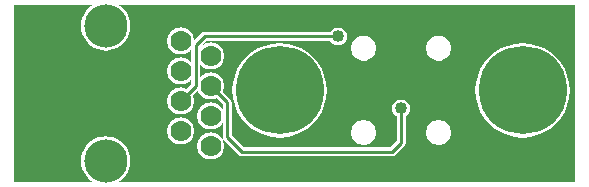
<source format=gbr>
G04 start of page 3 for group 1 idx 1 *
G04 Title: (unknown), solder *
G04 Creator: pcb 20140316 *
G04 CreationDate: Fri 27 Feb 2015 09:32:21 PM GMT UTC *
G04 For: ndholmes *
G04 Format: Gerber/RS-274X *
G04 PCB-Dimensions (mil): 1900.00 620.00 *
G04 PCB-Coordinate-Origin: lower left *
%MOIN*%
%FSLAX25Y25*%
%LNBOTTOM*%
%ADD34C,0.0630*%
%ADD33C,0.1280*%
%ADD32C,0.0300*%
%ADD31C,0.1285*%
%ADD30C,0.0200*%
%ADD29C,0.0400*%
%ADD28C,0.1440*%
%ADD27C,0.0700*%
%ADD26C,0.2937*%
%ADD25C,0.0100*%
%ADD24C,0.0001*%
G54D24*G36*
X188500Y1500D02*X170976D01*
Y16270D01*
X171000Y16268D01*
X173461Y16461D01*
X175862Y17038D01*
X178142Y17982D01*
X180247Y19272D01*
X182124Y20876D01*
X183728Y22753D01*
X185018Y24858D01*
X185962Y27138D01*
X186539Y29539D01*
X186684Y32000D01*
X186539Y34461D01*
X185962Y36862D01*
X185018Y39142D01*
X183728Y41247D01*
X182124Y43124D01*
X180247Y44728D01*
X178142Y46018D01*
X175862Y46962D01*
X173461Y47539D01*
X171000Y47732D01*
X170976Y47730D01*
Y60500D01*
X188500D01*
Y1500D01*
G37*
G36*
X170976D02*X142994D01*
Y13788D01*
X143000Y13787D01*
X143651Y13838D01*
X144286Y13991D01*
X144890Y14241D01*
X145447Y14582D01*
X145944Y15006D01*
X146368Y15503D01*
X146709Y16060D01*
X146959Y16664D01*
X147112Y17299D01*
X147150Y17950D01*
X147112Y18601D01*
X146959Y19236D01*
X146709Y19840D01*
X146368Y20397D01*
X145944Y20894D01*
X145447Y21318D01*
X144890Y21659D01*
X144286Y21909D01*
X143651Y22062D01*
X143000Y22113D01*
X142994Y22112D01*
Y41888D01*
X143000Y41887D01*
X143651Y41938D01*
X144286Y42091D01*
X144890Y42341D01*
X145447Y42682D01*
X145944Y43106D01*
X146368Y43603D01*
X146709Y44160D01*
X146959Y44764D01*
X147112Y45399D01*
X147150Y46050D01*
X147112Y46701D01*
X146959Y47336D01*
X146709Y47940D01*
X146368Y48497D01*
X145944Y48994D01*
X145447Y49418D01*
X144890Y49759D01*
X144286Y50009D01*
X143651Y50162D01*
X143000Y50213D01*
X142994Y50212D01*
Y60500D01*
X170976D01*
Y47730D01*
X168539Y47539D01*
X166138Y46962D01*
X163858Y46018D01*
X161753Y44728D01*
X159876Y43124D01*
X158272Y41247D01*
X156982Y39142D01*
X156038Y36862D01*
X155461Y34461D01*
X155268Y32000D01*
X155461Y29539D01*
X156038Y27138D01*
X156982Y24858D01*
X158272Y22753D01*
X159876Y20876D01*
X161753Y19272D01*
X163858Y17982D01*
X166138Y17038D01*
X168539Y16461D01*
X170976Y16270D01*
Y1500D01*
G37*
G36*
X142994D02*X117994D01*
Y10000D01*
X127441D01*
X127500Y9995D01*
X127735Y10014D01*
X127735Y10014D01*
X127965Y10069D01*
X128183Y10159D01*
X128384Y10283D01*
X128564Y10436D01*
X128602Y10481D01*
X131519Y13398D01*
X131564Y13436D01*
X131717Y13615D01*
X131717Y13616D01*
X131841Y13817D01*
X131931Y14035D01*
X131986Y14265D01*
X132005Y14500D01*
X132000Y14559D01*
Y23401D01*
X132269Y23565D01*
X132628Y23872D01*
X132935Y24231D01*
X133181Y24634D01*
X133362Y25070D01*
X133472Y25529D01*
X133500Y26000D01*
X133472Y26471D01*
X133362Y26930D01*
X133181Y27366D01*
X132935Y27769D01*
X132628Y28128D01*
X132269Y28435D01*
X131866Y28681D01*
X131430Y28862D01*
X130971Y28972D01*
X130500Y29009D01*
X130029Y28972D01*
X129570Y28862D01*
X129134Y28681D01*
X128731Y28435D01*
X128372Y28128D01*
X128065Y27769D01*
X127819Y27366D01*
X127638Y26930D01*
X127528Y26471D01*
X127491Y26000D01*
X127528Y25529D01*
X127638Y25070D01*
X127819Y24634D01*
X128065Y24231D01*
X128372Y23872D01*
X128731Y23565D01*
X129000Y23401D01*
Y15121D01*
X126879Y13000D01*
X117994D01*
Y13788D01*
X118000Y13787D01*
X118651Y13838D01*
X119286Y13991D01*
X119890Y14241D01*
X120447Y14582D01*
X120944Y15006D01*
X121368Y15503D01*
X121709Y16060D01*
X121959Y16664D01*
X122112Y17299D01*
X122150Y17950D01*
X122112Y18601D01*
X121959Y19236D01*
X121709Y19840D01*
X121368Y20397D01*
X120944Y20894D01*
X120447Y21318D01*
X119890Y21659D01*
X119286Y21909D01*
X118651Y22062D01*
X118000Y22113D01*
X117994Y22112D01*
Y41888D01*
X118000Y41887D01*
X118651Y41938D01*
X119286Y42091D01*
X119890Y42341D01*
X120447Y42682D01*
X120944Y43106D01*
X121368Y43603D01*
X121709Y44160D01*
X121959Y44764D01*
X122112Y45399D01*
X122150Y46050D01*
X122112Y46701D01*
X121959Y47336D01*
X121709Y47940D01*
X121368Y48497D01*
X120944Y48994D01*
X120447Y49418D01*
X119890Y49759D01*
X119286Y50009D01*
X118651Y50162D01*
X118000Y50213D01*
X117994Y50212D01*
Y60500D01*
X142994D01*
Y50212D01*
X142349Y50162D01*
X141714Y50009D01*
X141110Y49759D01*
X140553Y49418D01*
X140056Y48994D01*
X139632Y48497D01*
X139291Y47940D01*
X139041Y47336D01*
X138888Y46701D01*
X138837Y46050D01*
X138888Y45399D01*
X139041Y44764D01*
X139291Y44160D01*
X139632Y43603D01*
X140056Y43106D01*
X140553Y42682D01*
X141110Y42341D01*
X141714Y42091D01*
X142349Y41938D01*
X142994Y41888D01*
Y22112D01*
X142349Y22062D01*
X141714Y21909D01*
X141110Y21659D01*
X140553Y21318D01*
X140056Y20894D01*
X139632Y20397D01*
X139291Y19840D01*
X139041Y19236D01*
X138888Y18601D01*
X138837Y17950D01*
X138888Y17299D01*
X139041Y16664D01*
X139291Y16060D01*
X139632Y15503D01*
X140056Y15006D01*
X140553Y14582D01*
X141110Y14241D01*
X141714Y13991D01*
X142349Y13838D01*
X142994Y13788D01*
Y1500D01*
G37*
G36*
X117994Y13000D02*X92993D01*
Y16589D01*
X94862Y17038D01*
X97142Y17982D01*
X99247Y19272D01*
X101124Y20876D01*
X102728Y22753D01*
X104018Y24858D01*
X104962Y27138D01*
X105539Y29539D01*
X105684Y32000D01*
X105539Y34461D01*
X104962Y36862D01*
X104018Y39142D01*
X102728Y41247D01*
X101124Y43124D01*
X99247Y44728D01*
X97142Y46018D01*
X94862Y46962D01*
X92993Y47411D01*
Y48500D01*
X106901D01*
X107065Y48231D01*
X107372Y47872D01*
X107731Y47565D01*
X108134Y47319D01*
X108570Y47138D01*
X109029Y47028D01*
X109500Y46991D01*
X109971Y47028D01*
X110430Y47138D01*
X110866Y47319D01*
X111269Y47565D01*
X111628Y47872D01*
X111935Y48231D01*
X112181Y48634D01*
X112362Y49070D01*
X112472Y49529D01*
X112500Y50000D01*
X112472Y50471D01*
X112362Y50930D01*
X112181Y51366D01*
X111935Y51769D01*
X111628Y52128D01*
X111269Y52435D01*
X110866Y52681D01*
X110430Y52862D01*
X109971Y52972D01*
X109500Y53009D01*
X109029Y52972D01*
X108570Y52862D01*
X108134Y52681D01*
X107731Y52435D01*
X107372Y52128D01*
X107065Y51769D01*
X106901Y51500D01*
X92993D01*
Y60500D01*
X117994D01*
Y50212D01*
X117349Y50162D01*
X116714Y50009D01*
X116110Y49759D01*
X115553Y49418D01*
X115056Y48994D01*
X114632Y48497D01*
X114291Y47940D01*
X114041Y47336D01*
X113888Y46701D01*
X113837Y46050D01*
X113888Y45399D01*
X114041Y44764D01*
X114291Y44160D01*
X114632Y43603D01*
X115056Y43106D01*
X115553Y42682D01*
X116110Y42341D01*
X116714Y42091D01*
X117349Y41938D01*
X117994Y41888D01*
Y22112D01*
X117349Y22062D01*
X116714Y21909D01*
X116110Y21659D01*
X115553Y21318D01*
X115056Y20894D01*
X114632Y20397D01*
X114291Y19840D01*
X114041Y19236D01*
X113888Y18601D01*
X113837Y17950D01*
X113888Y17299D01*
X114041Y16664D01*
X114291Y16060D01*
X114632Y15503D01*
X115056Y15006D01*
X115553Y14582D01*
X116110Y14241D01*
X116714Y13991D01*
X117349Y13838D01*
X117994Y13788D01*
Y13000D01*
G37*
G36*
Y1500D02*X92993D01*
Y10000D01*
X117994D01*
Y1500D01*
G37*
G36*
X92993Y13000D02*X78121D01*
X74000Y17121D01*
Y27941D01*
X74005Y28000D01*
X73986Y28235D01*
X73986Y28235D01*
X73931Y28465D01*
X73841Y28683D01*
X73717Y28884D01*
X73564Y29064D01*
X73519Y29102D01*
X71065Y31556D01*
X71293Y32105D01*
X71458Y32794D01*
X71500Y33500D01*
X71458Y34206D01*
X71293Y34895D01*
X71022Y35549D01*
X70652Y36153D01*
X70192Y36692D01*
X69653Y37152D01*
X69049Y37522D01*
X68395Y37793D01*
X67706Y37958D01*
X67000Y38014D01*
X66294Y37958D01*
X65605Y37793D01*
X64951Y37522D01*
X64347Y37152D01*
X63808Y36692D01*
X63500Y36331D01*
Y40669D01*
X63808Y40308D01*
X64347Y39848D01*
X64951Y39478D01*
X65605Y39207D01*
X66294Y39042D01*
X67000Y38986D01*
X67706Y39042D01*
X68395Y39207D01*
X69049Y39478D01*
X69653Y39848D01*
X70192Y40308D01*
X70652Y40847D01*
X71022Y41451D01*
X71293Y42105D01*
X71458Y42794D01*
X71500Y43500D01*
X71458Y44206D01*
X71293Y44895D01*
X71022Y45549D01*
X70652Y46153D01*
X70192Y46692D01*
X69653Y47152D01*
X69049Y47522D01*
X68395Y47793D01*
X67706Y47958D01*
X67000Y48014D01*
X66294Y47958D01*
X65605Y47793D01*
X64951Y47522D01*
X64347Y47152D01*
X63842Y46721D01*
X65621Y48500D01*
X92993D01*
Y47411D01*
X92461Y47539D01*
X90000Y47732D01*
X87539Y47539D01*
X85138Y46962D01*
X82858Y46018D01*
X80753Y44728D01*
X78876Y43124D01*
X77272Y41247D01*
X75982Y39142D01*
X75038Y36862D01*
X74461Y34461D01*
X74268Y32000D01*
X74461Y29539D01*
X75038Y27138D01*
X75982Y24858D01*
X77272Y22753D01*
X78876Y20876D01*
X80753Y19272D01*
X82858Y17982D01*
X85138Y17038D01*
X87539Y16461D01*
X90000Y16268D01*
X92461Y16461D01*
X92993Y16589D01*
Y13000D01*
G37*
G36*
X56993Y33987D02*X57000Y33986D01*
X57706Y34042D01*
X58395Y34207D01*
X59049Y34478D01*
X59653Y34848D01*
X60192Y35308D01*
X60500Y35669D01*
Y34121D01*
X58944Y32565D01*
X58395Y32793D01*
X57706Y32958D01*
X57000Y33014D01*
X56993Y33013D01*
Y33987D01*
G37*
G36*
Y43987D02*X57000Y43986D01*
X57706Y44042D01*
X58395Y44207D01*
X59049Y44478D01*
X59653Y44848D01*
X60192Y45308D01*
X60500Y45669D01*
Y41331D01*
X60192Y41692D01*
X59653Y42152D01*
X59049Y42522D01*
X58395Y42793D01*
X57706Y42958D01*
X57000Y43014D01*
X56993Y43013D01*
Y43987D01*
G37*
G36*
Y60500D02*X92993D01*
Y51500D01*
X65059D01*
X65000Y51505D01*
X64765Y51486D01*
X64535Y51431D01*
X64317Y51341D01*
X64116Y51217D01*
X64115Y51217D01*
X63936Y51064D01*
X63898Y51019D01*
X61493Y48615D01*
X61458Y49206D01*
X61293Y49895D01*
X61022Y50549D01*
X60652Y51153D01*
X60192Y51692D01*
X59653Y52152D01*
X59049Y52522D01*
X58395Y52793D01*
X57706Y52958D01*
X57000Y53014D01*
X56993Y53013D01*
Y60500D01*
G37*
G36*
X66993Y28987D02*X67000Y28986D01*
X67706Y29042D01*
X68395Y29207D01*
X68944Y29435D01*
X71000Y27379D01*
Y25585D01*
X70652Y26153D01*
X70192Y26692D01*
X69653Y27152D01*
X69049Y27522D01*
X68395Y27793D01*
X67706Y27958D01*
X67000Y28014D01*
X66993Y28013D01*
Y28987D01*
G37*
G36*
X92993Y1500D02*X66993D01*
Y8987D01*
X67000Y8986D01*
X67706Y9042D01*
X68395Y9207D01*
X69049Y9478D01*
X69653Y9848D01*
X70192Y10308D01*
X70652Y10847D01*
X71022Y11451D01*
X71293Y12105D01*
X71458Y12794D01*
X71500Y13500D01*
X71458Y14206D01*
X71293Y14895D01*
X71022Y15549D01*
X70652Y16153D01*
X70192Y16692D01*
X69653Y17152D01*
X69049Y17522D01*
X68395Y17793D01*
X67706Y17958D01*
X67000Y18014D01*
X66993Y18013D01*
Y18987D01*
X67000Y18986D01*
X67706Y19042D01*
X68395Y19207D01*
X69049Y19478D01*
X69653Y19848D01*
X70192Y20308D01*
X70652Y20847D01*
X71000Y21415D01*
Y16559D01*
X70995Y16500D01*
X71014Y16265D01*
X71069Y16035D01*
X71159Y15817D01*
X71283Y15616D01*
X71436Y15436D01*
X71481Y15398D01*
X76398Y10481D01*
X76436Y10436D01*
X76616Y10283D01*
X76817Y10159D01*
X77035Y10069D01*
X77265Y10014D01*
X77500Y9995D01*
X77559Y10000D01*
X92993D01*
Y1500D01*
G37*
G36*
X66993D02*X56993D01*
Y13987D01*
X57000Y13986D01*
X57706Y14042D01*
X58395Y14207D01*
X59049Y14478D01*
X59653Y14848D01*
X60192Y15308D01*
X60652Y15847D01*
X61022Y16451D01*
X61293Y17105D01*
X61458Y17794D01*
X61500Y18500D01*
X61458Y19206D01*
X61293Y19895D01*
X61022Y20549D01*
X60652Y21153D01*
X60192Y21692D01*
X59653Y22152D01*
X59049Y22522D01*
X58395Y22793D01*
X57706Y22958D01*
X57000Y23014D01*
X56993Y23013D01*
Y23987D01*
X57000Y23986D01*
X57706Y24042D01*
X58395Y24207D01*
X59049Y24478D01*
X59653Y24848D01*
X60192Y25308D01*
X60652Y25847D01*
X61022Y26451D01*
X61293Y27105D01*
X61458Y27794D01*
X61500Y28500D01*
X61458Y29206D01*
X61293Y29895D01*
X61065Y30444D01*
X62713Y32091D01*
X62978Y31451D01*
X63348Y30847D01*
X63808Y30308D01*
X64347Y29848D01*
X64951Y29478D01*
X65605Y29207D01*
X66294Y29042D01*
X66993Y28987D01*
Y28013D01*
X66294Y27958D01*
X65605Y27793D01*
X64951Y27522D01*
X64347Y27152D01*
X63808Y26692D01*
X63348Y26153D01*
X62978Y25549D01*
X62707Y24895D01*
X62542Y24206D01*
X62486Y23500D01*
X62542Y22794D01*
X62707Y22105D01*
X62978Y21451D01*
X63348Y20847D01*
X63808Y20308D01*
X64347Y19848D01*
X64951Y19478D01*
X65605Y19207D01*
X66294Y19042D01*
X66993Y18987D01*
Y18013D01*
X66294Y17958D01*
X65605Y17793D01*
X64951Y17522D01*
X64347Y17152D01*
X63808Y16692D01*
X63348Y16153D01*
X62978Y15549D01*
X62707Y14895D01*
X62542Y14206D01*
X62486Y13500D01*
X62542Y12794D01*
X62707Y12105D01*
X62978Y11451D01*
X63348Y10847D01*
X63808Y10308D01*
X64347Y9848D01*
X64951Y9478D01*
X65605Y9207D01*
X66294Y9042D01*
X66993Y8987D01*
Y1500D01*
G37*
G36*
X56993D02*X36271D01*
X36835Y1846D01*
X37816Y2684D01*
X38654Y3665D01*
X39329Y4766D01*
X39823Y5958D01*
X40124Y7213D01*
X40200Y8500D01*
X40124Y9787D01*
X39823Y11042D01*
X39329Y12234D01*
X38654Y13335D01*
X37816Y14316D01*
X36835Y15154D01*
X35734Y15829D01*
X34542Y16323D01*
X33287Y16624D01*
X32000Y16725D01*
X30713Y16624D01*
X29458Y16323D01*
X28266Y15829D01*
X27165Y15154D01*
X26184Y14316D01*
X25346Y13335D01*
X24671Y12234D01*
X24177Y11042D01*
X23876Y9787D01*
X23775Y8500D01*
X23876Y7213D01*
X24177Y5958D01*
X24671Y4766D01*
X25346Y3665D01*
X26184Y2684D01*
X27165Y1846D01*
X27729Y1500D01*
X1500D01*
Y60500D01*
X27729D01*
X27165Y60154D01*
X26184Y59316D01*
X25346Y58335D01*
X24671Y57234D01*
X24177Y56042D01*
X23876Y54787D01*
X23775Y53500D01*
X23876Y52213D01*
X24177Y50958D01*
X24671Y49766D01*
X25346Y48665D01*
X26184Y47684D01*
X27165Y46846D01*
X28266Y46171D01*
X29458Y45677D01*
X30713Y45376D01*
X32000Y45275D01*
X33287Y45376D01*
X34542Y45677D01*
X35734Y46171D01*
X36835Y46846D01*
X37816Y47684D01*
X38654Y48665D01*
X39329Y49766D01*
X39823Y50958D01*
X40124Y52213D01*
X40200Y53500D01*
X40124Y54787D01*
X39823Y56042D01*
X39329Y57234D01*
X38654Y58335D01*
X37816Y59316D01*
X36835Y60154D01*
X36271Y60500D01*
X56993D01*
Y53013D01*
X56294Y52958D01*
X55605Y52793D01*
X54951Y52522D01*
X54347Y52152D01*
X53808Y51692D01*
X53348Y51153D01*
X52978Y50549D01*
X52707Y49895D01*
X52542Y49206D01*
X52486Y48500D01*
X52542Y47794D01*
X52707Y47105D01*
X52978Y46451D01*
X53348Y45847D01*
X53808Y45308D01*
X54347Y44848D01*
X54951Y44478D01*
X55605Y44207D01*
X56294Y44042D01*
X56993Y43987D01*
Y43013D01*
X56294Y42958D01*
X55605Y42793D01*
X54951Y42522D01*
X54347Y42152D01*
X53808Y41692D01*
X53348Y41153D01*
X52978Y40549D01*
X52707Y39895D01*
X52542Y39206D01*
X52486Y38500D01*
X52542Y37794D01*
X52707Y37105D01*
X52978Y36451D01*
X53348Y35847D01*
X53808Y35308D01*
X54347Y34848D01*
X54951Y34478D01*
X55605Y34207D01*
X56294Y34042D01*
X56993Y33987D01*
Y33013D01*
X56294Y32958D01*
X55605Y32793D01*
X54951Y32522D01*
X54347Y32152D01*
X53808Y31692D01*
X53348Y31153D01*
X52978Y30549D01*
X52707Y29895D01*
X52542Y29206D01*
X52486Y28500D01*
X52542Y27794D01*
X52707Y27105D01*
X52978Y26451D01*
X53348Y25847D01*
X53808Y25308D01*
X54347Y24848D01*
X54951Y24478D01*
X55605Y24207D01*
X56294Y24042D01*
X56993Y23987D01*
Y23013D01*
X56294Y22958D01*
X55605Y22793D01*
X54951Y22522D01*
X54347Y22152D01*
X53808Y21692D01*
X53348Y21153D01*
X52978Y20549D01*
X52707Y19895D01*
X52542Y19206D01*
X52486Y18500D01*
X52542Y17794D01*
X52707Y17105D01*
X52978Y16451D01*
X53348Y15847D01*
X53808Y15308D01*
X54347Y14848D01*
X54951Y14478D01*
X55605Y14207D01*
X56294Y14042D01*
X56993Y13987D01*
Y1500D01*
G37*
G54D25*X130500Y26000D02*Y14500D01*
X127500Y11500D01*
X77500D01*
X109500Y50000D02*X65000D01*
X62000Y47000D01*
Y33500D01*
X57000Y28500D01*
X77500Y11500D02*X72500Y16500D01*
Y28000D01*
X67000Y33500D01*
G54D26*X90000Y32000D03*
G54D27*X57000Y48500D03*
X67000Y43500D03*
X57000Y38500D03*
X67000Y33500D03*
X57000Y28500D03*
X67000Y23500D03*
X57000Y18500D03*
X67000Y13500D03*
G54D28*X32000Y53500D03*
Y8500D03*
G54D26*X171000Y32000D03*
G54D29*X109500Y50000D03*
X130500Y26000D03*
G54D30*G54D31*G54D32*G54D33*G54D34*G54D31*G54D34*M02*

</source>
